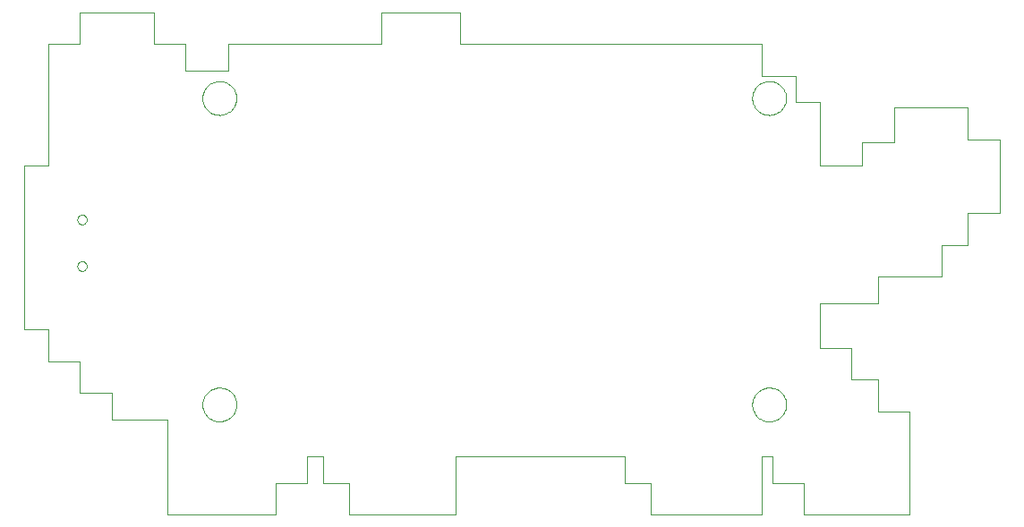
<source format=gko>
G75*
%MOIN*%
%OFA0B0*%
%FSLAX24Y24*%
%IPPOS*%
%LPD*%
%AMOC8*
5,1,8,0,0,1.08239X$1,22.5*
%
%ADD10C,0.0000*%
D10*
X012700Y012700D02*
X014767Y012700D01*
X014767Y009156D01*
X018802Y009156D01*
X018802Y010337D01*
X019983Y010337D01*
X019983Y011322D01*
X020574Y011322D01*
X020574Y010337D01*
X021558Y010337D01*
X021558Y009156D01*
X025495Y009156D01*
X025495Y011322D01*
X031794Y011322D01*
X031794Y010337D01*
X032778Y010337D01*
X032778Y009156D01*
X036912Y009156D01*
X036912Y011322D01*
X037306Y011322D01*
X037306Y010337D01*
X038487Y010337D01*
X038487Y009156D01*
X042424Y009156D01*
X042424Y012995D01*
X041243Y012995D01*
X041243Y014176D01*
X040259Y014176D01*
X040259Y015357D01*
X039078Y015357D01*
X039078Y017030D01*
X041243Y017030D01*
X041243Y018015D01*
X043605Y018015D01*
X043605Y019196D01*
X044589Y019196D01*
X044589Y020377D01*
X045771Y020377D01*
X045771Y023133D01*
X044589Y023133D01*
X044589Y024314D01*
X041834Y024314D01*
X041834Y023034D01*
X040652Y023034D01*
X040652Y022149D01*
X039078Y022149D01*
X039078Y024511D01*
X038192Y024511D01*
X038192Y025495D01*
X036912Y025495D01*
X036912Y026676D01*
X025692Y026676D01*
X025692Y027857D01*
X022739Y027857D01*
X022739Y026676D01*
X017030Y026676D01*
X017030Y025692D01*
X015456Y025692D01*
X015456Y026676D01*
X014274Y026676D01*
X014274Y027857D01*
X011519Y027857D01*
X011519Y026676D01*
X010337Y026676D01*
X010337Y022149D01*
X009452Y022149D01*
X009452Y016046D01*
X010337Y016046D01*
X010337Y014865D01*
X011519Y014865D01*
X011519Y013684D01*
X012700Y013684D01*
X012700Y012700D01*
X016085Y013251D02*
X016087Y013301D01*
X016093Y013351D01*
X016103Y013400D01*
X016117Y013448D01*
X016134Y013495D01*
X016155Y013540D01*
X016180Y013584D01*
X016208Y013625D01*
X016240Y013664D01*
X016274Y013701D01*
X016311Y013735D01*
X016351Y013765D01*
X016393Y013792D01*
X016437Y013816D01*
X016483Y013837D01*
X016530Y013853D01*
X016578Y013866D01*
X016628Y013875D01*
X016677Y013880D01*
X016728Y013881D01*
X016778Y013878D01*
X016827Y013871D01*
X016876Y013860D01*
X016924Y013845D01*
X016970Y013827D01*
X017015Y013805D01*
X017058Y013779D01*
X017099Y013750D01*
X017138Y013718D01*
X017174Y013683D01*
X017206Y013645D01*
X017236Y013605D01*
X017263Y013562D01*
X017286Y013518D01*
X017305Y013472D01*
X017321Y013424D01*
X017333Y013375D01*
X017341Y013326D01*
X017345Y013276D01*
X017345Y013226D01*
X017341Y013176D01*
X017333Y013127D01*
X017321Y013078D01*
X017305Y013030D01*
X017286Y012984D01*
X017263Y012940D01*
X017236Y012897D01*
X017206Y012857D01*
X017174Y012819D01*
X017138Y012784D01*
X017099Y012752D01*
X017058Y012723D01*
X017015Y012697D01*
X016970Y012675D01*
X016924Y012657D01*
X016876Y012642D01*
X016827Y012631D01*
X016778Y012624D01*
X016728Y012621D01*
X016677Y012622D01*
X016628Y012627D01*
X016578Y012636D01*
X016530Y012649D01*
X016483Y012665D01*
X016437Y012686D01*
X016393Y012710D01*
X016351Y012737D01*
X016311Y012767D01*
X016274Y012801D01*
X016240Y012838D01*
X016208Y012877D01*
X016180Y012918D01*
X016155Y012962D01*
X016134Y013007D01*
X016117Y013054D01*
X016103Y013102D01*
X016093Y013151D01*
X016087Y013201D01*
X016085Y013251D01*
X011420Y018408D02*
X011422Y018434D01*
X011428Y018460D01*
X011438Y018485D01*
X011451Y018508D01*
X011467Y018528D01*
X011487Y018546D01*
X011509Y018561D01*
X011532Y018573D01*
X011558Y018581D01*
X011584Y018585D01*
X011610Y018585D01*
X011636Y018581D01*
X011662Y018573D01*
X011686Y018561D01*
X011707Y018546D01*
X011727Y018528D01*
X011743Y018508D01*
X011756Y018485D01*
X011766Y018460D01*
X011772Y018434D01*
X011774Y018408D01*
X011772Y018382D01*
X011766Y018356D01*
X011756Y018331D01*
X011743Y018308D01*
X011727Y018288D01*
X011707Y018270D01*
X011685Y018255D01*
X011662Y018243D01*
X011636Y018235D01*
X011610Y018231D01*
X011584Y018231D01*
X011558Y018235D01*
X011532Y018243D01*
X011508Y018255D01*
X011487Y018270D01*
X011467Y018288D01*
X011451Y018308D01*
X011438Y018331D01*
X011428Y018356D01*
X011422Y018382D01*
X011420Y018408D01*
X011420Y020141D02*
X011422Y020167D01*
X011428Y020193D01*
X011438Y020218D01*
X011451Y020241D01*
X011467Y020261D01*
X011487Y020279D01*
X011509Y020294D01*
X011532Y020306D01*
X011558Y020314D01*
X011584Y020318D01*
X011610Y020318D01*
X011636Y020314D01*
X011662Y020306D01*
X011686Y020294D01*
X011707Y020279D01*
X011727Y020261D01*
X011743Y020241D01*
X011756Y020218D01*
X011766Y020193D01*
X011772Y020167D01*
X011774Y020141D01*
X011772Y020115D01*
X011766Y020089D01*
X011756Y020064D01*
X011743Y020041D01*
X011727Y020021D01*
X011707Y020003D01*
X011685Y019988D01*
X011662Y019976D01*
X011636Y019968D01*
X011610Y019964D01*
X011584Y019964D01*
X011558Y019968D01*
X011532Y019976D01*
X011508Y019988D01*
X011487Y020003D01*
X011467Y020021D01*
X011451Y020041D01*
X011438Y020064D01*
X011428Y020089D01*
X011422Y020115D01*
X011420Y020141D01*
X016085Y024668D02*
X016087Y024718D01*
X016093Y024768D01*
X016103Y024817D01*
X016117Y024865D01*
X016134Y024912D01*
X016155Y024957D01*
X016180Y025001D01*
X016208Y025042D01*
X016240Y025081D01*
X016274Y025118D01*
X016311Y025152D01*
X016351Y025182D01*
X016393Y025209D01*
X016437Y025233D01*
X016483Y025254D01*
X016530Y025270D01*
X016578Y025283D01*
X016628Y025292D01*
X016677Y025297D01*
X016728Y025298D01*
X016778Y025295D01*
X016827Y025288D01*
X016876Y025277D01*
X016924Y025262D01*
X016970Y025244D01*
X017015Y025222D01*
X017058Y025196D01*
X017099Y025167D01*
X017138Y025135D01*
X017174Y025100D01*
X017206Y025062D01*
X017236Y025022D01*
X017263Y024979D01*
X017286Y024935D01*
X017305Y024889D01*
X017321Y024841D01*
X017333Y024792D01*
X017341Y024743D01*
X017345Y024693D01*
X017345Y024643D01*
X017341Y024593D01*
X017333Y024544D01*
X017321Y024495D01*
X017305Y024447D01*
X017286Y024401D01*
X017263Y024357D01*
X017236Y024314D01*
X017206Y024274D01*
X017174Y024236D01*
X017138Y024201D01*
X017099Y024169D01*
X017058Y024140D01*
X017015Y024114D01*
X016970Y024092D01*
X016924Y024074D01*
X016876Y024059D01*
X016827Y024048D01*
X016778Y024041D01*
X016728Y024038D01*
X016677Y024039D01*
X016628Y024044D01*
X016578Y024053D01*
X016530Y024066D01*
X016483Y024082D01*
X016437Y024103D01*
X016393Y024127D01*
X016351Y024154D01*
X016311Y024184D01*
X016274Y024218D01*
X016240Y024255D01*
X016208Y024294D01*
X016180Y024335D01*
X016155Y024379D01*
X016134Y024424D01*
X016117Y024471D01*
X016103Y024519D01*
X016093Y024568D01*
X016087Y024618D01*
X016085Y024668D01*
X036558Y024668D02*
X036560Y024718D01*
X036566Y024768D01*
X036576Y024817D01*
X036590Y024865D01*
X036607Y024912D01*
X036628Y024957D01*
X036653Y025001D01*
X036681Y025042D01*
X036713Y025081D01*
X036747Y025118D01*
X036784Y025152D01*
X036824Y025182D01*
X036866Y025209D01*
X036910Y025233D01*
X036956Y025254D01*
X037003Y025270D01*
X037051Y025283D01*
X037101Y025292D01*
X037150Y025297D01*
X037201Y025298D01*
X037251Y025295D01*
X037300Y025288D01*
X037349Y025277D01*
X037397Y025262D01*
X037443Y025244D01*
X037488Y025222D01*
X037531Y025196D01*
X037572Y025167D01*
X037611Y025135D01*
X037647Y025100D01*
X037679Y025062D01*
X037709Y025022D01*
X037736Y024979D01*
X037759Y024935D01*
X037778Y024889D01*
X037794Y024841D01*
X037806Y024792D01*
X037814Y024743D01*
X037818Y024693D01*
X037818Y024643D01*
X037814Y024593D01*
X037806Y024544D01*
X037794Y024495D01*
X037778Y024447D01*
X037759Y024401D01*
X037736Y024357D01*
X037709Y024314D01*
X037679Y024274D01*
X037647Y024236D01*
X037611Y024201D01*
X037572Y024169D01*
X037531Y024140D01*
X037488Y024114D01*
X037443Y024092D01*
X037397Y024074D01*
X037349Y024059D01*
X037300Y024048D01*
X037251Y024041D01*
X037201Y024038D01*
X037150Y024039D01*
X037101Y024044D01*
X037051Y024053D01*
X037003Y024066D01*
X036956Y024082D01*
X036910Y024103D01*
X036866Y024127D01*
X036824Y024154D01*
X036784Y024184D01*
X036747Y024218D01*
X036713Y024255D01*
X036681Y024294D01*
X036653Y024335D01*
X036628Y024379D01*
X036607Y024424D01*
X036590Y024471D01*
X036576Y024519D01*
X036566Y024568D01*
X036560Y024618D01*
X036558Y024668D01*
X036558Y013251D02*
X036560Y013301D01*
X036566Y013351D01*
X036576Y013400D01*
X036590Y013448D01*
X036607Y013495D01*
X036628Y013540D01*
X036653Y013584D01*
X036681Y013625D01*
X036713Y013664D01*
X036747Y013701D01*
X036784Y013735D01*
X036824Y013765D01*
X036866Y013792D01*
X036910Y013816D01*
X036956Y013837D01*
X037003Y013853D01*
X037051Y013866D01*
X037101Y013875D01*
X037150Y013880D01*
X037201Y013881D01*
X037251Y013878D01*
X037300Y013871D01*
X037349Y013860D01*
X037397Y013845D01*
X037443Y013827D01*
X037488Y013805D01*
X037531Y013779D01*
X037572Y013750D01*
X037611Y013718D01*
X037647Y013683D01*
X037679Y013645D01*
X037709Y013605D01*
X037736Y013562D01*
X037759Y013518D01*
X037778Y013472D01*
X037794Y013424D01*
X037806Y013375D01*
X037814Y013326D01*
X037818Y013276D01*
X037818Y013226D01*
X037814Y013176D01*
X037806Y013127D01*
X037794Y013078D01*
X037778Y013030D01*
X037759Y012984D01*
X037736Y012940D01*
X037709Y012897D01*
X037679Y012857D01*
X037647Y012819D01*
X037611Y012784D01*
X037572Y012752D01*
X037531Y012723D01*
X037488Y012697D01*
X037443Y012675D01*
X037397Y012657D01*
X037349Y012642D01*
X037300Y012631D01*
X037251Y012624D01*
X037201Y012621D01*
X037150Y012622D01*
X037101Y012627D01*
X037051Y012636D01*
X037003Y012649D01*
X036956Y012665D01*
X036910Y012686D01*
X036866Y012710D01*
X036824Y012737D01*
X036784Y012767D01*
X036747Y012801D01*
X036713Y012838D01*
X036681Y012877D01*
X036653Y012918D01*
X036628Y012962D01*
X036607Y013007D01*
X036590Y013054D01*
X036576Y013102D01*
X036566Y013151D01*
X036560Y013201D01*
X036558Y013251D01*
M02*

</source>
